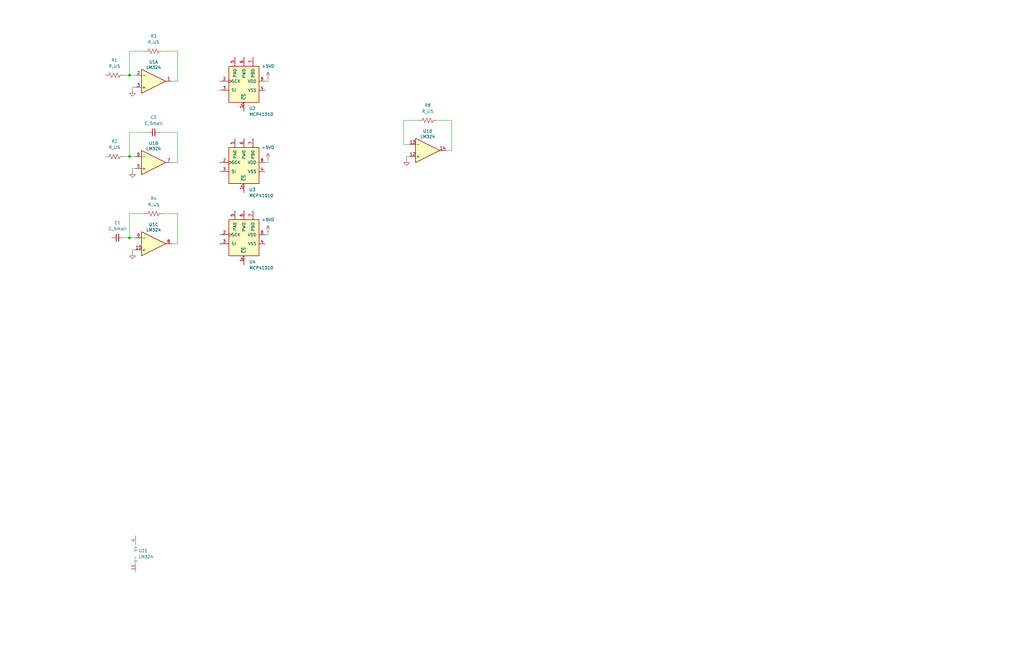
<source format=kicad_sch>
(kicad_sch (version 20231120) (generator "eeschema") (generator_version "8.0")
  (paper "User" 431.8 279.4)
  (lib_symbols
    (symbol "Amplifier_Operational:LM324" (pin_names (offset 0.127))
      (property "Reference" "U" (at 0 5.08 0))
      (property "Value" "LM324" (at 0 -5.08 0))
      (symbol "LM324_1_1"
        (polyline (pts (xy -5.08 5.08) (xy 5.08 0) (xy -5.08 -5.08) (xy -5.08 5.08)) (stroke (width 0.254)) (fill (type background)))
        (pin output line (at 7.62 0 180) (length 2.54) (name "~") (number "1"))
        (pin input line (at -7.62 -2.54 0) (length 2.54) (name "-") (number "2"))
        (pin input line (at -7.62 2.54 0) (length 2.54) (name "+") (number "3"))
      )
      (symbol "LM324_2_1"
        (polyline (pts (xy -5.08 5.08) (xy 5.08 0) (xy -5.08 -5.08) (xy -5.08 5.08)) (stroke (width 0.254)) (fill (type background)))
        (pin input line (at -7.62 2.54 0) (length 2.54) (name "+") (number "5"))
        (pin input line (at -7.62 -2.54 0) (length 2.54) (name "-") (number "6"))
        (pin output line (at 7.62 0 180) (length 2.54) (name "~") (number "7"))
      )
      (symbol "LM324_3_1"
        (polyline (pts (xy -5.08 5.08) (xy 5.08 0) (xy -5.08 -5.08) (xy -5.08 5.08)) (stroke (width 0.254)) (fill (type background)))
        (pin input line (at -7.62 2.54 0) (length 2.54) (name "+") (number "10"))
        (pin output line (at 7.62 0 180) (length 2.54) (name "~") (number "8"))
        (pin input line (at -7.62 -2.54 0) (length 2.54) (name "-") (number "9"))
      )
      (symbol "LM324_4_1"
        (polyline (pts (xy -5.08 5.08) (xy 5.08 0) (xy -5.08 -5.08) (xy -5.08 5.08)) (stroke (width 0.254)) (fill (type background)))
        (pin input line (at -7.62 2.54 0) (length 2.54) (name "+") (number "12"))
        (pin input line (at -7.62 -2.54 0) (length 2.54) (name "-") (number "13"))
        (pin output line (at 7.62 0 180) (length 2.54) (name "~") (number "14"))
      )
      (symbol "LM324_5_1"
        (pin power_in line (at -2.54 -7.62 90) (length 3.81) (name "V-") (number "11"))
        (pin power_in line (at -2.54 7.62 270) (length 3.81) (name "V+") (number "4"))
      )
    )
    (symbol "Device:C_Small" (pin_numbers hide) (pin_names (offset 0.254) hide)
      (property "Reference" "C" (at 0.254 1.778 0))
      (property "Value" "C_Small" (at 0.254 -2.032 0))
      (symbol "C_Small_0_1"
        (polyline (pts (xy -1.524 -0.508) (xy 1.524 -0.508)) (stroke (width 0.3302)))
        (polyline (pts (xy -1.524 0.508) (xy 1.524 0.508)) (stroke (width 0.3048)))
      )
      (symbol "C_Small_1_1"
        (pin passive line (at 0 2.54 270) (length 2.032) (name "~") (number "1"))
        (pin passive line (at 0 -2.54 90) (length 2.032) (name "~") (number "2"))
      )
    )
    (symbol "Device:R_US" (pin_numbers hide) (pin_names (offset 0))
      (property "Reference" "R" (at 2.54 0 90))
      (property "Value" "R_US" (at -2.54 0 90))
      (symbol "R_US_0_1"
        (polyline (pts (xy 0 -2.286) (xy 0 -2.54)))
        (polyline (pts (xy 0 2.286) (xy 0 2.54)))
        (polyline (pts (xy 0 -0.762) (xy 1.016 -1.143) (xy 0 -1.524) (xy -1.016 -1.905) (xy 0 -2.286)))
        (polyline (pts (xy 0 0.762) (xy 1.016 0.381) (xy 0 0) (xy -1.016 -0.381) (xy 0 -0.762)))
        (polyline (pts (xy 0 2.286) (xy 1.016 1.905) (xy 0 1.524) (xy -1.016 1.143) (xy 0 0.762)))
      )
      (symbol "R_US_1_1"
        (pin passive line (at 0 3.81 270) (length 1.27) (name "~") (number "1"))
        (pin passive line (at 0 -3.81 90) (length 1.27) (name "~") (number "2"))
      )
    )
    (symbol "Potentiometer_Digital:MCP41010" (pin_names (offset 1.016))
      (property "Reference" "U2" (at 2.1941 12.7 0))
      (property "Value" "MCP41010" (at 2.1941 10.16 0))
      (symbol "MCP41010_0_1"
        (rectangle (start -6.35 7.62) (end 6.35 -7.62) (stroke (width 0.254)) (fill (type background)))
      )
      (symbol "MCP41010_1_1"
        (pin input input_low (at 0 -11.43 90) (length 3.81) (name "~{CS}") (number "1"))
        (pin passive clock (at -10.16 1.27 0) (length 3.81) (name "SCK") (number "2"))
        (pin input line (at -10.16 -2.54 0) (length 3.81) (name "SI") (number "3"))
        (pin power_in line (at 8.89 -2.54 180) (length 2.54) (name "VSS") (number "4"))
        (pin passive line (at -3.81 11.43 270) (length 3.81) (name "PA0") (number "5"))
        (pin passive line (at 0 11.43 270) (length 3.81) (name "PW0") (number "6"))
        (pin passive line (at 3.81 11.43 270) (length 3.81) (name "PB0") (number "7"))
        (pin power_in line (at 8.89 1.27 180) (length 2.54) (name "VDD") (number "8"))
      )
    )
    (symbol "power:+5VD" (power) (pin_numbers hide) (pin_names (offset 0) hide)
      (property "Value" "+5VD" (at 0 3.556 0))
      (symbol "+5VD_0_1"
        (polyline (pts (xy -0.762 1.27) (xy 0 2.54)))
        (polyline (pts (xy 0 0) (xy 0 2.54)))
        (polyline (pts (xy 0 2.54) (xy 0.762 1.27)))
      )
      (symbol "+5VD_1_1"
        (pin power_in line (at 0 0 90) (length 0) (name "~") (number "1"))
      )
    )
    (symbol "power:GND" (power) (pin_numbers hide) (pin_names (offset 0) hide)
      (property "Value" "GND" (at 0 -3.81 0))
      (symbol "GND_0_1"
        (polyline (pts (xy 0 0) (xy 0 -1.27) (xy 1.27 -1.27) (xy 0 -2.54) (xy -1.27 -1.27) (xy 0 -1.27)))
      )
      (symbol "GND_1_1"
        (pin power_in line (at 0 0 270) (length 0) (name "~") (number "1"))
      )
    )
  )
  (junction (at 54.61 100.33))
  (junction (at 54.61 66.04))
  (junction (at 54.61 31.75))
  (wire (pts (xy 113.03 97.79) (xy 113.03 99.06)))
  (wire (pts (xy 74.93 21.59) (xy 74.93 34.29)))
  (wire (pts (xy 55.88 71.12) (xy 57.15 71.12)))
  (wire (pts (xy 72.39 102.87) (xy 74.93 102.87)))
  (wire (pts (xy 170.18 60.96) (xy 170.18 50.8)))
  (wire (pts (xy 54.61 21.59) (xy 60.96 21.59)))
  (wire (pts (xy 74.93 102.87) (xy 74.93 90.17)))
  (wire (pts (xy 52.07 100.33) (xy 54.61 100.33)))
  (wire (pts (xy 67.31 55.88) (xy 74.93 55.88)))
  (wire (pts (xy 184.15 50.8) (xy 190.5 50.8)))
  (wire (pts (xy 54.61 31.75) (xy 57.15 31.75)))
  (wire (pts (xy 55.88 72.39) (xy 55.88 71.12)))
  (wire (pts (xy 68.58 21.59) (xy 74.93 21.59)))
  (wire (pts (xy 55.88 106.68) (xy 55.88 105.41)))
  (wire (pts (xy 74.93 90.17) (xy 68.58 90.17)))
  (wire (pts (xy 55.88 38.1) (xy 55.88 36.83)))
  (wire (pts (xy 74.93 34.29) (xy 72.39 34.29)))
  (wire (pts (xy 55.88 105.41) (xy 57.15 105.41)))
  (wire (pts (xy 171.45 66.04) (xy 172.72 66.04)))
  (wire (pts (xy 113.03 67.31) (xy 113.03 68.58)))
  (wire (pts (xy 113.03 33.02) (xy 113.03 34.29)))
  (wire (pts (xy 111.76 34.29) (xy 113.03 34.29)))
  (wire (pts (xy 172.72 60.96) (xy 170.18 60.96)))
  (wire (pts (xy 54.61 100.33) (xy 57.15 100.33)))
  (wire (pts (xy 74.93 55.88) (xy 74.93 68.58)))
  (wire (pts (xy 190.5 50.8) (xy 190.5 63.5)))
  (wire (pts (xy 170.18 50.8) (xy 176.53 50.8)))
  (wire (pts (xy 54.61 66.04) (xy 54.61 55.88)))
  (wire (pts (xy 52.07 66.04) (xy 54.61 66.04)))
  (wire (pts (xy 54.61 55.88) (xy 62.23 55.88)))
  (wire (pts (xy 111.76 68.58) (xy 113.03 68.58)))
  (wire (pts (xy 54.61 31.75) (xy 54.61 21.59)))
  (wire (pts (xy 74.93 68.58) (xy 72.39 68.58)))
  (wire (pts (xy 60.96 90.17) (xy 54.61 90.17)))
  (wire (pts (xy 54.61 66.04) (xy 57.15 66.04)))
  (wire (pts (xy 52.07 31.75) (xy 54.61 31.75)))
  (wire (pts (xy 190.5 63.5) (xy 187.96 63.5)))
  (wire (pts (xy 111.76 99.06) (xy 113.03 99.06)))
  (wire (pts (xy 54.61 90.17) (xy 54.61 100.33)))
  (wire (pts (xy 55.88 36.83) (xy 57.15 36.83)))
  (wire (pts (xy 171.45 67.31) (xy 171.45 66.04)))
  (symbol (lib_id "Potentiometer_Digital:MCP41010") (at 102.87 100.33 0) (unit 1)
    (property "Reference" "U4" (at 105.0641 110.49 0) (effects (justify left)))
    (property "Value" "MCP41010" (at 105.0641 113.03 0) (effects (justify left)))
    (property "Datasheet" "http://ww1.microchip.com/downloads/en/DeviceDoc/11195c.pdf" (effects (hide yes)))
    (property "Description" "Single Digital Potentiometer, SPI interface, 256 taps, 10 kohm" (effects (hide yes)))
  )
  (symbol (lib_id "Amplifier_Operational:LM324") (at 64.77 102.87 0) (mirror x) (unit 3)
    (property "Reference" "U1" (at 64.77 94.742 0))
    (property "Value" "LM324" (at 64.77 97.028 0))
    (property "Datasheet" "http://www.ti.com/lit/ds/symlink/lm2902-n.pdf" (effects (hide yes)))
    (property "Description" "Low-Power, Quad-Operational Amplifiers, DIP-14/SOIC-14/SSOP-14" (effects (hide yes)))
  )
  (symbol (lib_id "Amplifier_Operational:LM324") (at 64.77 34.29 0) (mirror x) (unit 1)
    (property "Reference" "U1" (at 64.77 26.162 0))
    (property "Value" "LM324" (at 64.77 28.448 0))
    (property "Datasheet" "http://www.ti.com/lit/ds/symlink/lm2902-n.pdf" (effects (hide yes)))
    (property "Description" "Low-Power, Quad-Operational Amplifiers, DIP-14/SOIC-14/SSOP-14" (effects (hide yes)))
  )
  (symbol (lib_id "power:GND") (at 55.88 38.1 0) (unit 1)
    (property "Reference" "#PWR01" (effects (hide yes)))
    (property "Value" "GND" (effects (hide yes)))
    (property "Description" "Power symbol creates a global label with name \"GND\" , ground" (effects (hide yes)))
  )
  (symbol (lib_id "power:+5VD") (at 113.03 33.02 0) (unit 1)
    (property "Reference" "#PWR07" (effects (hide yes)))
    (property "Value" "+5VD" (at 113.03 27.94 0))
    (property "Description" "Power symbol creates a global label with name \"+5VD\"" (effects (hide yes)))
  )
  (symbol (lib_id "power:+5VD") (at 113.03 97.79 0) (unit 1)
    (property "Reference" "#PWR06" (effects (hide yes)))
    (property "Value" "+5VD" (at 113.03 92.71 0))
    (property "Description" "Power symbol creates a global label with name \"+5VD\"" (effects (hide yes)))
  )
  (symbol (lib_id "Amplifier_Operational:LM324") (at 180.34 63.5 0) (mirror x) (unit 4)
    (property "Reference" "U1" (at 180.34 55.372 0))
    (property "Value" "LM324" (at 180.34 57.658 0))
    (property "Datasheet" "http://www.ti.com/lit/ds/symlink/lm2902-n.pdf" (effects (hide yes)))
    (property "Description" "Low-Power, Quad-Operational Amplifiers, DIP-14/SOIC-14/SSOP-14" (effects (hide yes)))
  )
  (symbol (lib_id "Device:R_US") (at 48.26 66.04 90) (unit 1)
    (property "Reference" "R2" (at 48.26 59.69 90))
    (property "Value" "R_US" (at 48.26 62.23 90))
    (property "Description" "Resistor, US symbol" (effects (hide yes)))
  )
  (symbol (lib_id "Device:R_US") (at 180.34 50.8 90) (unit 1)
    (property "Reference" "R8" (at 180.34 44.45 90))
    (property "Value" "R_US" (at 180.34 46.99 90))
    (property "Description" "Resistor, US symbol" (effects (hide yes)))
  )
  (symbol (lib_id "Device:R_US") (at 64.77 90.17 90) (unit 1)
    (property "Reference" "R4" (at 64.77 83.82 90))
    (property "Value" "R_US" (at 64.77 86.36 90))
    (property "Description" "Resistor, US symbol" (effects (hide yes)))
  )
  (symbol (lib_id "power:+5VD") (at 113.03 67.31 0) (unit 1)
    (property "Reference" "#PWR05" (effects (hide yes)))
    (property "Value" "+5VD" (at 113.03 62.23 0))
    (property "Description" "Power symbol creates a global label with name \"+5VD\"" (effects (hide yes)))
  )
  (symbol (lib_id "Amplifier_Operational:LM324") (at 59.69 233.68 0) (unit 5)
    (property "Reference" "U1" (at 58.42 232.4099 0) (effects (justify left)))
    (property "Value" "LM324" (at 58.42 234.9499 0) (effects (justify left)))
    (property "Datasheet" "http://www.ti.com/lit/ds/symlink/lm2902-n.pdf" (effects (hide yes)))
    (property "Description" "Low-Power, Quad-Operational Amplifiers, DIP-14/SOIC-14/SSOP-14" (effects (hide yes)))
  )
  (symbol (lib_id "power:GND") (at 55.88 72.39 0) (unit 1)
    (property "Reference" "#PWR02" (effects (hide yes)))
    (property "Value" "GND" (effects (hide yes)))
    (property "Description" "Power symbol creates a global label with name \"GND\" , ground" (effects (hide yes)))
  )
  (symbol (lib_id "Device:R_US") (at 64.77 21.59 90) (unit 1)
    (property "Reference" "R3" (at 64.77 15.24 90))
    (property "Value" "R_US" (at 64.77 17.78 90))
    (property "Description" "Resistor, US symbol" (effects (hide yes)))
  )
  (symbol (lib_id "Device:C_Small") (at 64.77 55.88 90) (unit 1)
    (property "Reference" "C2" (at 64.7763 49.53 90))
    (property "Value" "C_Small" (at 64.7763 52.07 90))
    (property "Description" "Unpolarized capacitor, small symbol" (effects (hide yes)))
  )
  (symbol (lib_id "Potentiometer_Digital:MCP41010") (at 102.87 35.56 0) (unit 1)
    (property "Reference" "U2" (at 105.0641 45.72 0) (effects (justify left)))
    (property "Value" "MCP41010" (at 105.0641 48.26 0) (effects (justify left)))
    (property "Datasheet" "http://ww1.microchip.com/downloads/en/DeviceDoc/11195c.pdf" (effects (hide yes)))
    (property "Description" "Single Digital Potentiometer, SPI interface, 256 taps, 10 kohm" (effects (hide yes)))
  )
  (symbol (lib_id "Device:R_US") (at 48.26 31.75 90) (unit 1)
    (property "Reference" "R1" (at 48.26 25.4 90))
    (property "Value" "R_US" (at 48.26 27.94 90))
    (property "Description" "Resistor, US symbol" (effects (hide yes)))
  )
  (symbol (lib_id "Amplifier_Operational:LM324") (at 64.77 68.58 0) (mirror x) (unit 2)
    (property "Reference" "U1" (at 64.77 60.452 0))
    (property "Value" "LM324" (at 64.77 62.738 0))
    (property "Datasheet" "http://www.ti.com/lit/ds/symlink/lm2902-n.pdf" (effects (hide yes)))
    (property "Description" "Low-Power, Quad-Operational Amplifiers, DIP-14/SOIC-14/SSOP-14" (effects (hide yes)))
  )
  (symbol (lib_id "power:GND") (at 55.88 106.68 0) (unit 1)
    (property "Reference" "#PWR03" (effects (hide yes)))
    (property "Value" "GND" (effects (hide yes)))
    (property "Description" "Power symbol creates a global label with name \"GND\" , ground" (effects (hide yes)))
  )
  (symbol (lib_id "Potentiometer_Digital:MCP41010") (at 102.87 69.85 0) (unit 1)
    (property "Reference" "U3" (at 105.0641 80.01 0) (effects (justify left)))
    (property "Value" "MCP41010" (at 105.0641 82.55 0) (effects (justify left)))
    (property "Datasheet" "http://ww1.microchip.com/downloads/en/DeviceDoc/11195c.pdf" (effects (hide yes)))
    (property "Description" "Single Digital Potentiometer, SPI interface, 256 taps, 10 kohm" (effects (hide yes)))
  )
  (symbol (lib_id "Device:C_Small") (at 49.53 100.33 90) (unit 1)
    (property "Reference" "C1" (at 49.5363 93.98 90))
    (property "Value" "C_Small" (at 49.5363 96.52 90))
    (property "Description" "Unpolarized capacitor, small symbol" (effects (hide yes)))
  )
  (symbol (lib_id "power:GND") (at 171.45 67.31 0) (unit 1)
    (property "Reference" "#PWR04" (effects (hide yes)))
    (property "Value" "GND" (effects (hide yes)))
    (property "Description" "Power symbol creates a global label with name \"GND\" , ground" (effects (hide yes)))
  )
)
</source>
